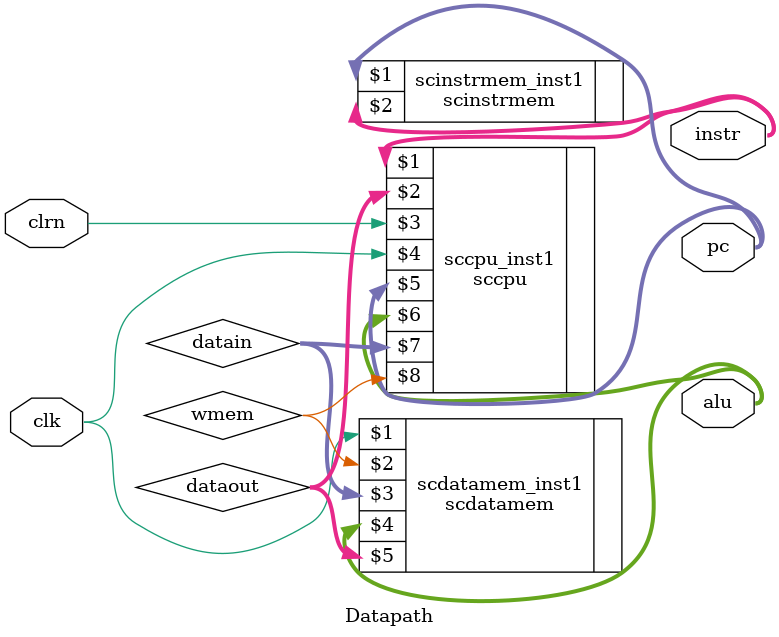
<source format=v>
`timescale 1ns / 1ps


module Datapath(clk, clrn, instr, pc, alu);
    input clk, clrn;
    output [31:0] instr, pc, alu;
    
    wire wmem;
    wire [31:0] datain;
    wire [31:0] dataout;
    scdatamem scdatamem_inst1 (clk, wmem, datain, alu, dataout);
    
    scinstrmem scinstrmem_inst1 (pc, instr);
    
    sccpu sccpu_inst1 (instr, dataout, clrn, clk, pc, alu, datain, wmem);    
endmodule

</source>
